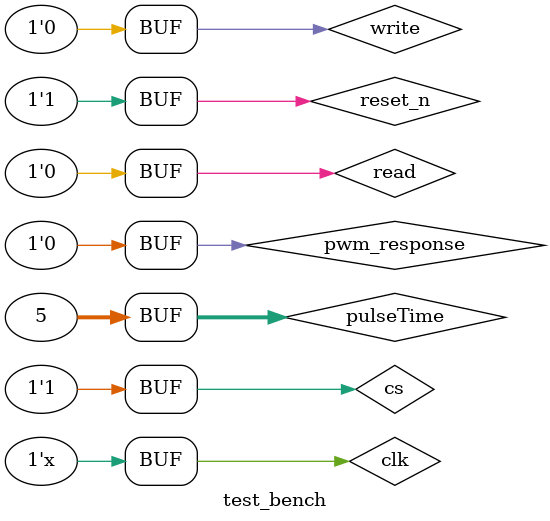
<source format=v>
module test_bench;

	reg clk, reset_n;
	wire pwm_out;
	reg [31:0] pulseTime;
	reg read;
	reg write;
	reg cs;
	wire [31:0] readdata;
	reg pwm_response;
	
	always begin
		# 0.5
		clk <= !clk;
	end
	
	initial begin
		clk <= 1;
		pulseTime <= 3;
		read <= 0;
		write <= 0;
		cs <= 0;
		pwm_response <= 1;
		reset_n <= 1;
		# 10
		reset_n <= 0;
		# 10
		reset_n <= 1;
		
		cs <= 1;
		write <= 1;
		# 5
		write <= 0;
		# 1
		read <= 1;
		# 3
		pwm_response <= 0;
		read <= 0;
		# 10
		read <= 1;
		pwm_response <= 1;
		# 40
		pwm_response <= 0;
		# 10
		read <= 0;
		write <= 1;
		pulseTime <= 5;
		# 1
		write <= 0;
		
	end
	
	servo_avalon servo(clk, reset_n, read, write, cs, readdata, pulseTime, pwm_response, pwm_out);
	
endmodule
</source>
